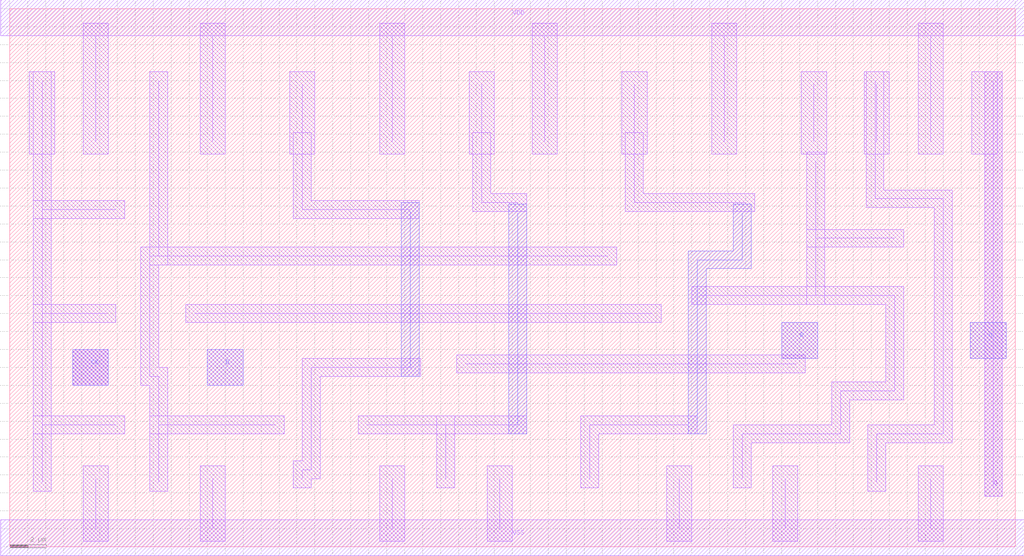
<source format=lef>
VERSION 5.5 ;
NAMESCASESENSITIVE ON ;
BUSBITCHARS "[]" ;
DIVIDERCHAR "/" ;

MACRO rff1m2
  CLASS CORE ;
  SOURCE USER ;
  ORIGIN 0 0 ;
  SIZE 56.000 BY 30.000 ;
  SYMMETRY X Y ;
  SITE unit ;
 
  PIN CK
    USE SIGNAL ;
    PORT
      LAYER ML2 ;
        POLYGON 3.500 9.000  3.500 11.000  5.500 11.000  5.500 9.000  3.500 
        9.000  ;
    END
    PORT
      LAYER ML1 ;
        POLYGON 3.500 9.000  3.500 11.000  5.500 11.000  5.500 9.000  3.500 
        9.000  ;
    END
  END CK
  PIN D
    USE SIGNAL ;
    PORT
      LAYER ML2 ;
        POLYGON 11.000 9.000  11.000 11.000  13.000 11.000  13.000 9.000  
        11.000 9.000  ;
    END
    PORT
      LAYER ML1 ;
        POLYGON 11.000 9.000  11.000 11.000  13.000 11.000  13.000 9.000  
        11.000 9.000  ;
    END
  END D
  PIN Q
    USE SIGNAL ;
    PORT
      LAYER ML1 ;
        WIDTH 1.000  ;
        PATH 54.800 3.300 54.800 26.000  ;
    END
    PORT
      LAYER ML1 ;
        POLYGON 53.500 10.500  53.500 12.500  55.500 12.500  55.500 10.500  
        53.500 10.500  ;
    END
    PORT
      LAYER ML2 ;
        POLYGON 53.500 10.500  53.500 12.500  55.500 12.500  55.500 10.500  
        53.500 10.500  ;
    END
  END Q
  PIN R
    USE SIGNAL ;
    PORT
      LAYER ML2 ;
        POLYGON 43.000 10.500  43.000 12.500  45.000 12.500  45.000 10.500  
        43.000 10.500  ;
    END
    PORT
      LAYER ML1 ;
        POLYGON 43.000 10.500  43.000 12.500  45.000 12.500  45.000 10.500  
        43.000 10.500  ;
    END
  END R
  PIN VDD
    USE POWER ;
    PORT
      LAYER ML1 ;
        RECT -0.500 28.500  56.500 30.500  ;
    END
  END VDD
  PIN VSS
    USE GROUND ;
    PORT
      LAYER ML1 ;
        RECT -0.500 -0.500  56.500 1.500  ;
    END
  END VSS
  OBS

    LAYER ML1 ;
      WIDTH 1.000  ;
      PATH 1.800 26.000 1.800 3.600  ;
      WIDTH 1.400  ;
      PATH 1.800 22.600 1.800 25.800  ;
      WIDTH 1.000  ;
      PATH 5.400 13.000 1.800 13.000  ;
      WIDTH 1.000  ;
      PATH 5.900 18.800 1.800 18.800  ;
      WIDTH 1.000  ;
      PATH 5.900 6.800 1.800 6.800  ;
      POLYGON 3.500 9.000  3.500 11.000  5.500 11.000  5.500 9.000  3.500 
      9.000  ;
      WIDTH 1.400  ;
      PATH 4.800 22.600 4.800 28.500  ;
      WIDTH 1.400  ;
      PATH 4.800 1.000 4.800 3.800  ;
      WIDTH 1.000  ;
      PATH 8.300 3.600 8.300 9.500 7.800 9.500 7.800 16.200 8.300 16.200 8.300 
      26.000  ;
      WIDTH 1.400  ;
      PATH 11.300 1.000 11.300 3.800  ;
      WIDTH 1.400  ;
      PATH 11.300 22.600 11.300 28.500  ;
      WIDTH 1.000  ;
      PATH 14.800 6.800 8.300 6.800  ;

      WIDTH 1.400  ;
      PATH 16.300 22.600 16.300 25.800  ;
      WIDTH 1.000  ;
      PATH 16.300 22.600 16.300 18.800 22.300 18.800  ;
      WIDTH 1.000  ;
      PATH 16.300 3.800 16.300 4.300 16.800 4.300 16.800 10.000 22.400 10.000 
       ;
      WIDTH 1.000  ;
      PATH 8.300 16.200 33.300 16.200  ;
      WIDTH 1.400  ;
      PATH 21.300 22.600 21.300 28.500  ;
      WIDTH 1.400  ;
      PATH 21.300 1.000 21.300 3.800  ;
      WIDTH 1.000  ;
      PATH 35.800 13.000 10.300 13.000  ;
      WIDTH 1.000  ;
      PATH 28.300 6.800 19.900 6.800  ;
      WIDTH 1.000  ;
      PATH 24.300 3.800 24.300 6.800  ;
      WIDTH 1.400  ;
      PATH 26.300 22.600 26.300 25.800  ;
      WIDTH 1.400  ;
      PATH 27.300 1.000 27.300 3.800  ;
      WIDTH 1.000  ;
      PATH 26.300 22.600 26.300 19.200 28.300 19.200  ;

      WIDTH 1.400  ;
      PATH 29.800 22.600 29.800 28.500  ;
      WIDTH 1.000  ;
      PATH 25.400 10.200 43.800 10.200  ;
      WIDTH 1.400  ;
      PATH 34.800 22.600 34.800 25.800  ;
      WIDTH 1.000  ;
      PATH 32.300 3.800 32.300 6.800 37.800 6.800  ;
      WIDTH 1.400  ;
      PATH 37.300 1.000 37.300 3.800  ;
      WIDTH 1.000  ;
      PATH 34.800 22.600 34.800 19.200 41.000 19.200  ;
      WIDTH 1.400  ;
      PATH 39.800 22.600 39.800 28.500  ;
      WIDTH 1.000  ;
      PATH 38.500 14.000 44.900 14.000  ;
      WIDTH 1.400  ;
      PATH 43.200 1.000 43.200 3.800  ;

      WIDTH 1.000  ;
      PATH 40.800 3.800 40.800 6.300 46.300 6.300 46.300 8.700 49.300 8.700 
      49.300 14.000 44.900 14.000 44.900 21.500  ;
      WIDTH 1.400  ;
      PATH 44.800 22.600 44.800 25.800  ;
      WIDTH 1.000  ;
      PATH 49.300 17.200 44.900 17.200  ;
      WIDTH 1.400  ;
      PATH 48.300 22.600 48.300 25.800  ;
      WIDTH 1.000  ;
      PATH 48.200 26.000 48.200 19.400 52.000 19.400 52.000 6.300 48.300 6.300 
      48.300 3.600  ;
      WIDTH 1.400  ;
      PATH 51.300 1.000 51.300 3.800  ;
      WIDTH 1.400  ;
      PATH 51.300 22.600 51.300 28.500  ;

      WIDTH 1.400  ;
      PATH 54.300 22.600 54.300 25.800  ;

      WIDTH 1.000  ;
      PATH 54.800 3.300 54.800 26.000  ;
    LAYER ML2 ;
      WIDTH 1.000  ;
      PATH 22.300 10.000 22.300 18.700  ;
      WIDTH 1.000  ;
      PATH 28.300 18.600 28.300 6.800  ;
      WIDTH 1.000  ;
      PATH 40.800 18.600 40.800 16.000 38.300 16.000 38.300 6.800  ;

    VIA 1.800 23.800  dcont ;
    VIA 1.800 21.800  dcont ;
    VIA 1.800 3.800  dcont ;
    VIA 1.800 25.800  dcont ;
    VIA 4.800 23.800  dcont ;
    VIA 4.800 21.800  dcont ;
    VIA 4.800 25.800  dcont ;
    VIA 4.800 3.800  dcont ;
    VIA 7.800 25.800  dcont ;
    VIA 7.800 23.800  dcont ;
    VIA 7.800 21.800  dcont ;
    VIA 7.800 3.800  dcont ;
    VIA 11.300 21.800  dcont ;
    VIA 11.300 23.800  dcont ;
    VIA 11.300 25.800  dcont ;
    VIA 11.300 3.800  dcont ;
    VIA 16.300 21.800  dcont ;
    VIA 16.300 25.800  dcont ;
    VIA 16.300 23.800  dcont ;
    VIA 16.300 3.800  dcont ;
    VIA 21.300 21.800  dcont ;
    VIA 21.300 23.800  dcont ;
    VIA 21.300 25.800  dcont ;
    VIA 21.300 3.800  dcont ;
    VIA 24.300 3.800  dcont ;
    VIA 26.300 21.800  dcont ;
    VIA 26.300 23.800  dcont ;
    VIA 26.300 25.800  dcont ;
    VIA 27.300 3.800  dcont ;
    VIA 29.800 21.800  dcont ;
    VIA 29.800 25.800  dcont ;
    VIA 29.800 23.800  dcont ;
    VIA 32.300 3.800  dcont ;
    VIA 34.800 21.800  dcont ;
    VIA 34.800 23.800  dcont ;
    VIA 34.800 25.800  dcont ;
    VIA 37.300 3.800  dcont ;
    VIA 39.800 21.800  dcont ;
    VIA 39.800 23.800  dcont ;
    VIA 39.800 25.800  dcont ;
    VIA 40.300 3.800  dcont ;
    VIA 43.200 3.800  dcont ;
    VIA 44.800 21.800  dcont ;
    VIA 44.800 23.800  dcont ;
    VIA 44.800 25.800  dcont ;
    VIA 48.300 3.800  dcont ;
    VIA 48.300 21.800  dcont ;
    VIA 48.300 23.800  dcont ;
    VIA 48.300 25.800  dcont ;
    VIA 51.300 3.800  dcont ;
    VIA 51.300 21.800  dcont ;
    VIA 51.300 23.800  dcont ;
    VIA 51.300 25.800  dcont ;
    VIA 54.300 3.800  dcont ;
    VIA 54.300 21.800  dcont ;
    VIA 54.300 23.800  dcont ;
    VIA 54.300 25.800  dcont ;
    VIA 50.000 29.500  nsubcont ;
    VIA 27.700 29.500  nsubcont ;
    VIA 10.200 29.500  nsubcont ;
    VIA 4.500 10.000  pcont ;
    VIA 5.300 13.000  pcont ;
    VIA 5.800 18.800  pcont ;
    VIA 5.800 6.800  pcont ;
    VIA 10.300 13.000  pcont ;
    VIA 12.000 10.000  pcont ;
    VIA 14.800 6.800  pcont ;
    VIA 15.300 13.000  pcont ;
    VIA 17.300 16.000  pcont ;
    VIA 20.300 6.800  pcont ;
    VIA 22.300 18.700  pcont ;
    VIA 22.300 10.000  pcont ;
    VIA 25.300 10.000  pcont ;
    VIA 28.300 6.800  pcont ;
    VIA 28.300 18.700  pcont ;
    VIA 30.300 13.000  pcont ;
    VIA 33.300 16.700  pcont ;
    VIA 35.300 13.700  pcont ;
    VIA 38.300 6.800  pcont ;
    VIA 38.300 14.000  pcont ;
    VIA 40.800 18.700  pcont ;
    VIA 44.000 11.500  pcont ;
    VIA 49.300 8.700  pcont ;
    VIA 49.300 17.200  pcont ;
    VIA 52.300 6.800  pcont ;
    VIA 52.300 18.900  pcont ;
    VIA 50.000 0.500  psubcont ;
    VIA 27.700 0.500  psubcont ;
    VIA 10.200 0.500  psubcont ;
    VIA 22.300 18.700  Via ;
    VIA 22.300 10.000  Via ;
    VIA 28.300 18.700  Via ;
    VIA 28.300 6.800  Via ;
    VIA 38.300 6.800  Via ;
    VIA 40.800 18.700  Via ;
  END
END rff1m2

MACRO dcont
  CLASS CORE ;
  OBS
    LAYER ML1 ;
      RECT -1.000 -1.000  1.000 1.000  ;
  END
END dcont

MACRO nsubcont
  CLASS CORE ;
  OBS
    LAYER ML1 ;
      RECT -1.000 -1.000  1.000 1.000  ;
  END
END nsubcont

MACRO pcont
  CLASS CORE ;
  OBS
    LAYER ML1 ;
      RECT -1.000 -1.000  1.000 1.000  ;
  END
END pcont

MACRO psubcont
  CLASS CORE ;
  OBS
    LAYER ML1 ;
      RECT -1.000 -1.000  1.000 1.000  ;
  END
END psubcont

MACRO Via
  CLASS CORE ;
  OBS
    LAYER ML1 ;
      POLYGON -1.000 -1.000  -1.000 1.000  1.000 1.000  1.000 -1.000  -1.000 
      -1.000  ;
    LAYER ML2 ;
      POLYGON -1.000 -1.000  -1.000 1.000  1.000 1.000  1.000 -1.000  -1.000 
      -1.000  ;
  END
END Via


END LIBRARY

</source>
